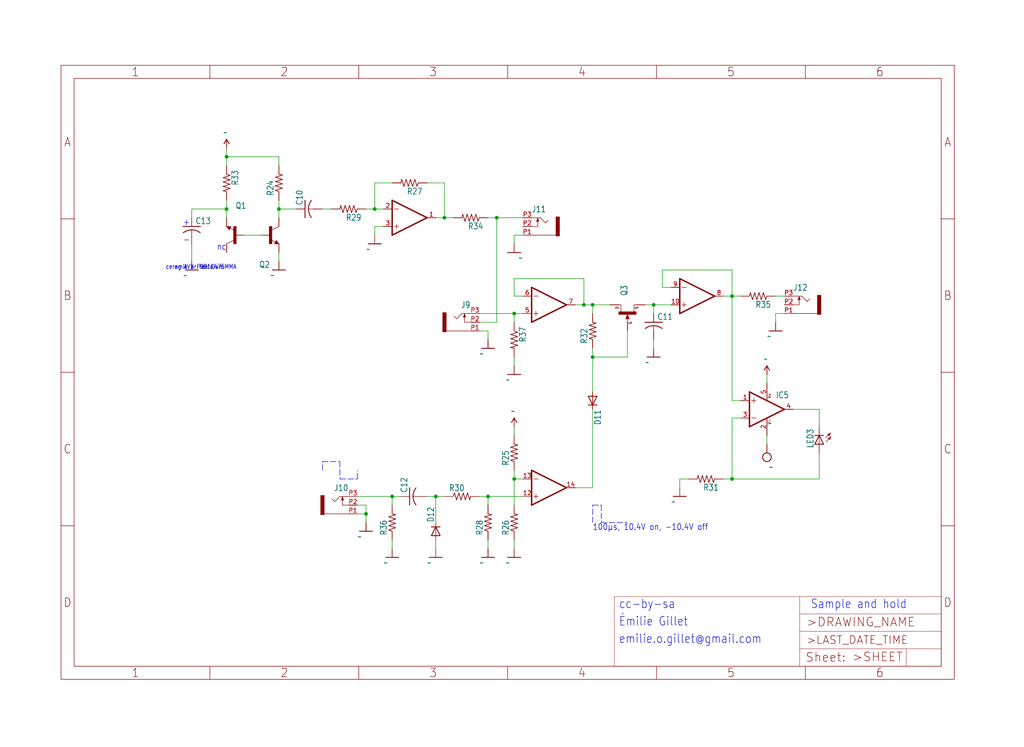
<source format=kicad_sch>
(kicad_sch (version 20211123) (generator eeschema)
  (paper "User" 298.45 217.881)
  (lib_symbols
    (symbol "kinks_v41-eagle-import:-NPN-SOT23-BEC"
      (property "Reference" "T" (at -10.16 7.62 0))
      (property "Value" "-NPN-SOT23-BEC" (at -10.16 5.08 0))
      (symbol "-NPN-SOT23-BEC_1_0"
        (rectangle (start -0.254 -2.54) (end 0.508 2.54) (fill (type outline)))
        (polyline (pts (xy 1.27 -2.54) (xy 1.778 -1.524)) (stroke (width 0.1524)))
        (polyline (pts (xy 1.524 -2.413) (xy 2.286 -2.413)) (stroke (width 0.254)))
        (polyline (pts (xy 1.524 -2.286) (xy 1.905 -2.286)) (stroke (width 0.254)))
        (polyline (pts (xy 1.54 -2.04) (xy 0.308 -1.424)) (stroke (width 0.1524)))
        (polyline (pts (xy 1.778 -1.778) (xy 1.524 -2.286)) (stroke (width 0.254)))
        (polyline (pts (xy 1.778 -1.524) (xy 2.54 -2.54)) (stroke (width 0.1524)))
        (polyline (pts (xy 1.905 -2.286) (xy 1.778 -2.032)) (stroke (width 0.254)))
        (polyline (pts (xy 2.286 -2.413) (xy 1.778 -1.778)) (stroke (width 0.254)))
        (polyline (pts (xy 2.54 -2.54) (xy 1.27 -2.54)) (stroke (width 0.1524)))
        (polyline (pts (xy 2.54 2.54) (xy 0.508 1.524)) (stroke (width 0.1524)))
        (pin passive line (at -2.54 0 0) (length 2.54) (name "B") (number "B"))
        (pin passive line (at 2.54 5.08 270) (length 2.54) (name "C") (number "C"))
        (pin passive line (at 2.54 -5.08 90) (length 2.54) (name "E") (number "E"))
      )
    )
    (symbol "kinks_v41-eagle-import:A4L-LOC"
      (symbol "A4L-LOC_0_0"
        (polyline (pts (xy 0 44.7675) (xy 3.81 44.7675)))
        (polyline (pts (xy 0 89.535) (xy 3.81 89.535)))
        (polyline (pts (xy 0 134.3025) (xy 3.81 134.3025)))
        (polyline (pts (xy 3.81 3.81) (xy 3.81 175.26)))
        (polyline (pts (xy 43.3917 0) (xy 43.3917 3.81)))
        (polyline (pts (xy 43.3917 175.26) (xy 43.3917 179.07)))
        (polyline (pts (xy 86.7833 0) (xy 86.7833 3.81)))
        (polyline (pts (xy 86.7833 175.26) (xy 86.7833 179.07)))
        (polyline (pts (xy 130.175 0) (xy 130.175 3.81)))
        (polyline (pts (xy 130.175 175.26) (xy 130.175 179.07)))
        (polyline (pts (xy 173.5667 0) (xy 173.5667 3.81)))
        (polyline (pts (xy 173.5667 175.26) (xy 173.5667 179.07)))
        (polyline (pts (xy 216.9583 0) (xy 216.9583 3.81)))
        (polyline (pts (xy 216.9583 175.26) (xy 216.9583 179.07)))
        (polyline (pts (xy 256.54 3.81) (xy 3.81 3.81)))
        (polyline (pts (xy 256.54 3.81) (xy 256.54 175.26)))
        (polyline (pts (xy 256.54 44.7675) (xy 260.35 44.7675)))
        (polyline (pts (xy 256.54 89.535) (xy 260.35 89.535)))
        (polyline (pts (xy 256.54 134.3025) (xy 260.35 134.3025)))
        (polyline (pts (xy 256.54 175.26) (xy 3.81 175.26)))
        (polyline (pts (xy 0 0) (xy 260.35 0) (xy 260.35 179.07) (xy 0 179.07) (xy 0 0)))
        (text "1" (at 21.6958 1.905 0) (effects (font (size 2.54 2.286))))
        (text "1" (at 21.6958 177.165 0) (effects (font (size 2.54 2.286))))
        (text "2" (at 65.0875 1.905 0) (effects (font (size 2.54 2.286))))
        (text "2" (at 65.0875 177.165 0) (effects (font (size 2.54 2.286))))
        (text "3" (at 108.4792 1.905 0) (effects (font (size 2.54 2.286))))
        (text "3" (at 108.4792 177.165 0) (effects (font (size 2.54 2.286))))
        (text "4" (at 151.8708 1.905 0) (effects (font (size 2.54 2.286))))
        (text "4" (at 151.8708 177.165 0) (effects (font (size 2.54 2.286))))
        (text "5" (at 195.2625 1.905 0) (effects (font (size 2.54 2.286))))
        (text "5" (at 195.2625 177.165 0) (effects (font (size 2.54 2.286))))
        (text "6" (at 238.6542 1.905 0) (effects (font (size 2.54 2.286))))
        (text "6" (at 238.6542 177.165 0) (effects (font (size 2.54 2.286))))
        (text "A" (at 1.905 156.6863 0) (effects (font (size 2.54 2.286))))
        (text "A" (at 258.445 156.6863 0) (effects (font (size 2.54 2.286))))
        (text "B" (at 1.905 111.9188 0) (effects (font (size 2.54 2.286))))
        (text "B" (at 258.445 111.9188 0) (effects (font (size 2.54 2.286))))
        (text "C" (at 1.905 67.1513 0) (effects (font (size 2.54 2.286))))
        (text "C" (at 258.445 67.1513 0) (effects (font (size 2.54 2.286))))
        (text "D" (at 1.905 22.3838 0) (effects (font (size 2.54 2.286))))
        (text "D" (at 258.445 22.3838 0) (effects (font (size 2.54 2.286))))
      )
      (symbol "A4L-LOC_1_0"
        (polyline (pts (xy 161.29 3.81) (xy 161.29 24.13)) (stroke (width 0.1016)))
        (polyline (pts (xy 161.29 24.13) (xy 215.265 24.13)) (stroke (width 0.1016)))
        (polyline (pts (xy 215.265 8.89) (xy 215.265 3.81)) (stroke (width 0.1016)))
        (polyline (pts (xy 215.265 8.89) (xy 215.265 13.97)) (stroke (width 0.1016)))
        (polyline (pts (xy 215.265 13.97) (xy 215.265 19.05)) (stroke (width 0.1016)))
        (polyline (pts (xy 215.265 13.97) (xy 256.54 13.97)) (stroke (width 0.1016)))
        (polyline (pts (xy 215.265 19.05) (xy 215.265 24.13)) (stroke (width 0.1016)))
        (polyline (pts (xy 215.265 19.05) (xy 256.54 19.05)) (stroke (width 0.1016)))
        (polyline (pts (xy 215.265 24.13) (xy 256.54 24.13)) (stroke (width 0.1016)))
        (polyline (pts (xy 246.38 3.81) (xy 246.38 8.89)) (stroke (width 0.1016)))
        (polyline (pts (xy 246.38 8.89) (xy 215.265 8.89)) (stroke (width 0.1016)))
        (polyline (pts (xy 246.38 8.89) (xy 256.54 8.89)) (stroke (width 0.1016)))
        (polyline (pts (xy 256.54 3.81) (xy 256.54 8.89)) (stroke (width 0.1016)))
        (polyline (pts (xy 256.54 8.89) (xy 256.54 13.97)) (stroke (width 0.1016)))
        (polyline (pts (xy 256.54 13.97) (xy 256.54 19.05)) (stroke (width 0.1016)))
        (polyline (pts (xy 256.54 19.05) (xy 256.54 24.13)) (stroke (width 0.1016)))
        (text ">DRAWING_NAME" (at 217.17 15.24 0) (effects (font (size 2.54 2.54)) (justify left bottom)))
        (text ">LAST_DATE_TIME" (at 217.17 10.16 0) (effects (font (size 2.286 2.286)) (justify left bottom)))
        (text ">SHEET" (at 230.505 5.08 0) (effects (font (size 2.54 2.54)) (justify left bottom)))
        (text "Sheet:" (at 216.916 4.953 0) (effects (font (size 2.54 2.54)) (justify left bottom)))
      )
    )
    (symbol "kinks_v41-eagle-import:C-USC0402"
      (property "Reference" "C" (at 1.016 0.635 0))
      (property "Value" "C-USC0402" (at 1.016 -4.191 0))
      (symbol "C-USC0402_1_0"
        (arc (start 0 -1.0161) (mid -1.302 -1.2303) (end -2.4668 -1.8504) (stroke (width 0.254)))
        (polyline (pts (xy -2.54 0) (xy 2.54 0)) (stroke (width 0.254)))
        (polyline (pts (xy 0 -1.016) (xy 0 -2.54)) (stroke (width 0.1524)))
        (arc (start 2.4892 -1.8542) (mid 1.3158 -1.2195) (end 0 -1) (stroke (width 0.254)))
        (pin passive line (at 0 2.54 270) (length 2.54) (name "1") (number "1"))
        (pin passive line (at 0 -5.08 90) (length 2.54) (name "2") (number "2"))
      )
    )
    (symbol "kinks_v41-eagle-import:C-USC0603"
      (property "Reference" "C" (at 1.016 0.635 0))
      (property "Value" "C-USC0603" (at 1.016 -4.191 0))
      (symbol "C-USC0603_1_0"
        (arc (start 0 -1.0161) (mid -1.302 -1.2303) (end -2.4668 -1.8504) (stroke (width 0.254)))
        (polyline (pts (xy -2.54 0) (xy 2.54 0)) (stroke (width 0.254)))
        (polyline (pts (xy 0 -1.016) (xy 0 -2.54)) (stroke (width 0.1524)))
        (arc (start 2.4892 -1.8542) (mid 1.3158 -1.2195) (end 0 -1) (stroke (width 0.254)))
        (pin passive line (at 0 2.54 270) (length 2.54) (name "1") (number "1"))
        (pin passive line (at 0 -5.08 90) (length 2.54) (name "2") (number "2"))
      )
    )
    (symbol "kinks_v41-eagle-import:DIODE-SOD523"
      (property "Reference" "D" (at 2.54 0.4826 0))
      (property "Value" "DIODE-SOD523" (at 2.54 -2.3114 0))
      (symbol "DIODE-SOD523_1_0"
        (polyline (pts (xy -1.27 -1.27) (xy 1.27 0)) (stroke (width 0.254)))
        (polyline (pts (xy -1.27 1.27) (xy -1.27 -1.27)) (stroke (width 0.254)))
        (polyline (pts (xy 1.27 0) (xy -1.27 1.27)) (stroke (width 0.254)))
        (polyline (pts (xy 1.27 0) (xy 1.27 -1.27)) (stroke (width 0.254)))
        (polyline (pts (xy 1.27 1.27) (xy 1.27 0)) (stroke (width 0.254)))
        (pin passive line (at -2.54 0 0) (length 2.54) (name "A") (number "A"))
        (pin passive line (at 2.54 0 180) (length 2.54) (name "C") (number "C"))
      )
    )
    (symbol "kinks_v41-eagle-import:GND" (power)
      (property "Value" "GND" (at -2.54 -2.54 0))
      (symbol "GND_1_0"
        (polyline (pts (xy -1.905 0) (xy 1.905 0)) (stroke (width 0.254)))
        (pin power_in line (at 0 2.54 270) (length 2.54) (name "GND") (number "1"))
      )
    )
    (symbol "kinks_v41-eagle-import:LED3MM"
      (property "Reference" "LED" (at 3.556 -4.572 90))
      (property "Value" "LED3MM" (at 5.715 -4.572 90))
      (symbol "LED3MM_1_0"
        (polyline (pts (xy -2.032 -0.762) (xy -3.429 -2.159)) (stroke (width 0.1524)))
        (polyline (pts (xy -1.905 -1.905) (xy -3.302 -3.302)) (stroke (width 0.1524)))
        (polyline (pts (xy 0 -2.54) (xy -1.27 -2.54)) (stroke (width 0.254)))
        (polyline (pts (xy 0 -2.54) (xy -1.27 0)) (stroke (width 0.254)))
        (polyline (pts (xy 0 0) (xy -1.27 0)) (stroke (width 0.254)))
        (polyline (pts (xy 0 0) (xy 0 -2.54)) (stroke (width 0.1524)))
        (polyline (pts (xy 1.27 -2.54) (xy 0 -2.54)) (stroke (width 0.254)))
        (polyline (pts (xy 1.27 0) (xy 0 -2.54)) (stroke (width 0.254)))
        (polyline (pts (xy 1.27 0) (xy 0 0)) (stroke (width 0.254)))
        (polyline (pts (xy -3.429 -2.159) (xy -3.048 -1.27) (xy -2.54 -1.778)) (fill (type outline)))
        (polyline (pts (xy -3.302 -3.302) (xy -2.921 -2.413) (xy -2.413 -2.921)) (fill (type outline)))
        (pin passive line (at 0 2.54 270) (length 2.54) (name "A") (number "A"))
        (pin passive line (at 0 -5.08 90) (length 2.54) (name "C") (number "K"))
      )
    )
    (symbol "kinks_v41-eagle-import:LM321?MF"
      (property "Reference" "IC" (at 2.54 3.175 0))
      (property "Value" "LM321?MF" (at 2.54 -5.08 0))
      (symbol "LM321?MF_1_0"
        (polyline (pts (xy -5.08 -5.08) (xy 5.08 0)) (stroke (width 0.4064)))
        (polyline (pts (xy -5.08 5.08) (xy -5.08 -5.08)) (stroke (width 0.4064)))
        (polyline (pts (xy -4.445 -2.54) (xy -3.175 -2.54)) (stroke (width 0.1524)))
        (polyline (pts (xy -4.445 2.54) (xy -3.175 2.54)) (stroke (width 0.1524)))
        (polyline (pts (xy -3.81 3.175) (xy -3.81 1.905)) (stroke (width 0.1524)))
        (polyline (pts (xy 5.08 0) (xy -5.08 5.08)) (stroke (width 0.4064)))
        (text "V+" (at 1.27 3.175 900) (effects (font (size 0.8128 0.6908)) (justify left bottom)))
        (text "V-" (at 1.27 -4.445 900) (effects (font (size 0.8128 0.6908)) (justify left bottom)))
        (pin input line (at -7.62 2.54 0) (length 2.54) (name "+IN") (number "1"))
        (pin power_in line (at 0 -7.62 90) (length 5.08) (name "V-") (number "2"))
        (pin input line (at -7.62 -2.54 0) (length 2.54) (name "-IN") (number "3"))
        (pin output line (at 7.62 0 180) (length 2.54) (name "OUT") (number "4"))
        (pin power_in line (at 0 7.62 270) (length 5.08) (name "V+") (number "5"))
      )
    )
    (symbol "kinks_v41-eagle-import:MMBFJ3"
      (property "Reference" "Q" (at 5.08 0 0))
      (property "Value" "MMBFJ3" (at 5.08 -2.54 0))
      (symbol "MMBFJ3_1_0"
        (rectangle (start -0.254 -2.54) (end 0.508 2.54) (fill (type outline)))
        (polyline (pts (xy -2.54 0) (xy -0.762 0)) (stroke (width 0.1524)))
        (polyline (pts (xy -1.524 -0.508) (xy -0.254 0)) (stroke (width 0.1524)))
        (polyline (pts (xy -1.524 0.508) (xy -1.524 -0.508)) (stroke (width 0.1524)))
        (polyline (pts (xy -1.397 -0.254) (xy -0.762 0)) (stroke (width 0.3048)))
        (polyline (pts (xy -1.397 0.254) (xy -1.397 -0.254)) (stroke (width 0.3048)))
        (polyline (pts (xy -0.762 0) (xy -0.635 0)) (stroke (width 0.1524)))
        (polyline (pts (xy -0.635 0) (xy -1.397 0.254)) (stroke (width 0.3048)))
        (polyline (pts (xy -0.635 0) (xy -0.254 0)) (stroke (width 0.1524)))
        (polyline (pts (xy -0.254 0) (xy -1.524 0.508)) (stroke (width 0.1524)))
        (polyline (pts (xy 2.54 -2.54) (xy 2.54 -1.905)) (stroke (width 0.1524)))
        (polyline (pts (xy 2.54 -1.905) (xy 0.5334 -1.905)) (stroke (width 0.1524)))
        (polyline (pts (xy 2.54 1.905) (xy 0.508 1.905)) (stroke (width 0.1524)))
        (polyline (pts (xy 2.54 2.667) (xy 2.54 1.905)) (stroke (width 0.1524)))
        (text "D" (at 1.27 2.54 0) (effects (font (size 0.8128 0.6908)) (justify left bottom)))
        (text "G" (at -3.175 -1.27 0) (effects (font (size 0.8128 0.6908)) (justify left bottom)))
        (text "S" (at 1.27 -3.175 0) (effects (font (size 0.8128 0.6908)) (justify left bottom)))
        (pin passive line (at 2.54 5.08 270) (length 2.54) (name "D") (number "1"))
        (pin passive line (at 2.54 -5.08 90) (length 2.54) (name "S") (number "2"))
        (pin passive line (at -5.08 0 0) (length 2.54) (name "G") (number "3"))
      )
    )
    (symbol "kinks_v41-eagle-import:PJ301_THONKICONN6"
      (property "Reference" "J" (at -2.54 4.064 0))
      (symbol "PJ301_THONKICONN6_1_0"
        (polyline (pts (xy -2.54 -2.54) (xy 4.572 -2.54)) (stroke (width 0.1524)))
        (polyline (pts (xy -2.54 0) (xy -0.762 0)) (stroke (width 0.1524)))
        (polyline (pts (xy -2.54 2.54) (xy 0 2.54)) (stroke (width 0.1524)))
        (polyline (pts (xy -1.016 1.524) (xy -0.508 1.524)) (stroke (width 0.254)))
        (polyline (pts (xy -0.762 0) (xy -0.762 2.286)) (stroke (width 0.1524)))
        (polyline (pts (xy -0.762 2.286) (xy -1.016 1.524)) (stroke (width 0.254)))
        (polyline (pts (xy -0.508 1.524) (xy -0.762 2.286)) (stroke (width 0.254)))
        (polyline (pts (xy 0 2.54) (xy 1.524 1.016)) (stroke (width 0.1524)))
        (polyline (pts (xy 1.524 1.016) (xy 2.286 1.778)) (stroke (width 0.1524)))
        (rectangle (start 4.572 2.794) (end 5.588 -2.794) (fill (type outline)))
        (pin passive line (at -5.08 -2.54 0) (length 2.54) (name "1") (number "P1"))
        (pin passive line (at -5.08 0 0) (length 2.54) (name "2") (number "P2"))
        (pin passive line (at -5.08 2.54 0) (length 2.54) (name "3") (number "P3"))
      )
    )
    (symbol "kinks_v41-eagle-import:R-US_R0402"
      (property "Reference" "R" (at -3.81 1.4986 0))
      (property "Value" "R-US_R0402" (at -3.81 -3.302 0))
      (symbol "R-US_R0402_1_0"
        (polyline (pts (xy -2.54 0) (xy -2.159 1.016)) (stroke (width 0.2032)))
        (polyline (pts (xy -2.159 1.016) (xy -1.524 -1.016)) (stroke (width 0.2032)))
        (polyline (pts (xy -1.524 -1.016) (xy -0.889 1.016)) (stroke (width 0.2032)))
        (polyline (pts (xy -0.889 1.016) (xy -0.254 -1.016)) (stroke (width 0.2032)))
        (polyline (pts (xy -0.254 -1.016) (xy 0.381 1.016)) (stroke (width 0.2032)))
        (polyline (pts (xy 0.381 1.016) (xy 1.016 -1.016)) (stroke (width 0.2032)))
        (polyline (pts (xy 1.016 -1.016) (xy 1.651 1.016)) (stroke (width 0.2032)))
        (polyline (pts (xy 1.651 1.016) (xy 2.286 -1.016)) (stroke (width 0.2032)))
        (polyline (pts (xy 2.286 -1.016) (xy 2.54 0)) (stroke (width 0.2032)))
        (pin passive line (at -5.08 0 0) (length 2.54) (name "1") (number "1"))
        (pin passive line (at 5.08 0 180) (length 2.54) (name "2") (number "2"))
      )
    )
    (symbol "kinks_v41-eagle-import:TL074PW"
      (symbol "TL074PW_1_0"
        (polyline (pts (xy -5.08 -5.08) (xy 5.08 0)) (stroke (width 0.4064)))
        (polyline (pts (xy -5.08 5.08) (xy -5.08 -5.08)) (stroke (width 0.4064)))
        (polyline (pts (xy -4.445 -2.54) (xy -3.175 -2.54)) (stroke (width 0.1524)))
        (polyline (pts (xy -4.445 2.54) (xy -3.175 2.54)) (stroke (width 0.1524)))
        (polyline (pts (xy -3.81 3.175) (xy -3.81 1.905)) (stroke (width 0.1524)))
        (polyline (pts (xy 5.08 0) (xy -5.08 5.08)) (stroke (width 0.4064)))
        (pin output line (at 7.62 0 180) (length 2.54) (name "OUT") (number "1"))
        (pin input line (at -7.62 -2.54 0) (length 2.54) (name "-IN") (number "2"))
        (pin input line (at -7.62 2.54 0) (length 2.54) (name "+IN") (number "3"))
      )
      (symbol "TL074PW_2_0"
        (polyline (pts (xy -5.08 -5.08) (xy 5.08 0)) (stroke (width 0.4064)))
        (polyline (pts (xy -5.08 5.08) (xy -5.08 -5.08)) (stroke (width 0.4064)))
        (polyline (pts (xy -4.445 -2.54) (xy -3.175 -2.54)) (stroke (width 0.1524)))
        (polyline (pts (xy -4.445 2.54) (xy -3.175 2.54)) (stroke (width 0.1524)))
        (polyline (pts (xy -3.81 3.175) (xy -3.81 1.905)) (stroke (width 0.1524)))
        (polyline (pts (xy 5.08 0) (xy -5.08 5.08)) (stroke (width 0.4064)))
        (pin input line (at -7.62 2.54 0) (length 2.54) (name "+IN") (number "5"))
        (pin input line (at -7.62 -2.54 0) (length 2.54) (name "-IN") (number "6"))
        (pin output line (at 7.62 0 180) (length 2.54) (name "OUT") (number "7"))
      )
      (symbol "TL074PW_3_0"
        (polyline (pts (xy -5.08 -5.08) (xy 5.08 0)) (stroke (width 0.4064)))
        (polyline (pts (xy -5.08 5.08) (xy -5.08 -5.08)) (stroke (width 0.4064)))
        (polyline (pts (xy -4.445 -2.54) (xy -3.175 -2.54)) (stroke (width 0.1524)))
        (polyline (pts (xy -4.445 2.54) (xy -3.175 2.54)) (stroke (width 0.1524)))
        (polyline (pts (xy -3.81 3.175) (xy -3.81 1.905)) (stroke (width 0.1524)))
        (polyline (pts (xy 5.08 0) (xy -5.08 5.08)) (stroke (width 0.4064)))
        (pin input line (at -7.62 2.54 0) (length 2.54) (name "+IN") (number "10"))
        (pin output line (at 7.62 0 180) (length 2.54) (name "OUT") (number "8"))
        (pin input line (at -7.62 -2.54 0) (length 2.54) (name "-IN") (number "9"))
      )
      (symbol "TL074PW_4_0"
        (polyline (pts (xy -5.08 -5.08) (xy 5.08 0)) (stroke (width 0.4064)))
        (polyline (pts (xy -5.08 5.08) (xy -5.08 -5.08)) (stroke (width 0.4064)))
        (polyline (pts (xy -4.445 -2.54) (xy -3.175 -2.54)) (stroke (width 0.1524)))
        (polyline (pts (xy -4.445 2.54) (xy -3.175 2.54)) (stroke (width 0.1524)))
        (polyline (pts (xy -3.81 3.175) (xy -3.81 1.905)) (stroke (width 0.1524)))
        (polyline (pts (xy 5.08 0) (xy -5.08 5.08)) (stroke (width 0.4064)))
        (pin input line (at -7.62 2.54 0) (length 2.54) (name "+IN") (number "12"))
        (pin input line (at -7.62 -2.54 0) (length 2.54) (name "-IN") (number "13"))
        (pin output line (at 7.62 0 180) (length 2.54) (name "OUT") (number "14"))
      )
      (symbol "TL074PW_5_0"
        (text "V+" (at 1.27 3.175 900) (effects (font (size 0.8128 0.6908)) (justify left bottom)))
        (text "V-" (at 1.27 -4.445 900) (effects (font (size 0.8128 0.6908)) (justify left bottom)))
        (pin power_in line (at 0 -7.62 90) (length 5.08) (name "V-") (number "11"))
        (pin power_in line (at 0 7.62 270) (length 5.08) (name "V+") (number "4"))
      )
    )
    (symbol "kinks_v41-eagle-import:VCC" (power)
      (property "Value" "VCC" (at -1.016 3.556 0))
      (symbol "VCC_1_0"
        (polyline (pts (xy 0 2.54) (xy -0.762 1.27)) (stroke (width 0.254)))
        (polyline (pts (xy 0.762 1.27) (xy 0 2.54)) (stroke (width 0.254)))
        (pin power_in line (at 0 0 90) (length 2.54) (name "VCC") (number "1"))
      )
    )
    (symbol "kinks_v41-eagle-import:VEE" (power)
      (property "Value" "VEE" (at -1.905 3.175 0))
      (symbol "VEE_1_0"
        (circle (center 0 1.27) (radius 1.27) (stroke (width 0.254)))
        (pin power_in line (at 0 -2.54 90) (length 2.54) (name "VEE") (number "1"))
      )
    )
  )
  (junction (at 170.18 88.9))
  (junction (at 172.72 104.14))
  (junction (at 149.86 91.44))
  (junction (at 149.86 139.7))
  (junction (at 66.04 60.96))
  (junction (at 190.5 88.9))
  (junction (at 114.3 144.78))
  (junction (at 106.68 149.86))
  (junction (at 129.54 63.5))
  (junction (at 144.78 63.5))
  (junction (at 127 144.78))
  (junction (at 142.24 144.78))
  (junction (at 172.72 88.9))
  (junction (at 66.04 45.72))
  (junction (at 213.36 139.7))
  (junction (at 81.28 60.96))
  (junction (at 213.36 86.36))
  (junction (at 109.22 60.96))
  (wire (pts (xy 55.88 60.96) (xy 66.04 60.96)))
  (wire (pts (xy 109.22 66.04) (xy 109.22 68.58)))
  (wire (pts (xy 170.18 88.9) (xy 172.72 88.9)))
  (wire (pts (xy 144.78 63.5) (xy 152.4 63.5)))
  (wire (pts (xy 106.68 149.86) (xy 106.68 152.4)))
  (wire (pts (xy 228.6 91.44) (xy 226.06 91.44)))
  (wire (pts (xy 55.88 71.12) (xy 55.88 76.2)))
  (wire (pts (xy 66.04 60.96) (xy 66.04 58.42)))
  (wire (pts (xy 114.3 144.78) (xy 104.14 144.78)))
  (wire (pts (xy 66.04 45.72) (xy 81.28 45.72)))
  (wire (pts (xy 195.58 83.82) (xy 193.04 83.82)))
  (wire (pts (xy 190.5 88.9) (xy 190.5 91.44)))
  (wire (pts (xy 190.5 88.9) (xy 195.58 88.9)))
  (wire (pts (xy 114.3 147.32) (xy 114.3 144.78)))
  (polyline (pts (xy 93.98 137.16) (xy 93.98 134.62)))
  (wire (pts (xy 142.24 144.78) (xy 142.24 147.32)))
  (polyline (pts (xy 99.06 134.62) (xy 99.06 139.7)))
  (wire (pts (xy 170.18 88.9) (xy 167.64 88.9)))
  (wire (pts (xy 213.36 139.7) (xy 213.36 121.92)))
  (wire (pts (xy 149.86 91.44) (xy 152.4 91.44)))
  (wire (pts (xy 149.86 127) (xy 149.86 124.46)))
  (wire (pts (xy 109.22 60.96) (xy 111.76 60.96)))
  (wire (pts (xy 124.46 144.78) (xy 127 144.78)))
  (wire (pts (xy 149.86 157.48) (xy 149.86 160.02)))
  (wire (pts (xy 223.52 111.76) (xy 223.52 109.22)))
  (wire (pts (xy 139.7 96.52) (xy 142.24 96.52)))
  (wire (pts (xy 109.22 60.96) (xy 106.68 60.96)))
  (wire (pts (xy 111.76 66.04) (xy 109.22 66.04)))
  (wire (pts (xy 149.86 104.14) (xy 149.86 106.68)))
  (wire (pts (xy 213.36 78.74) (xy 213.36 86.36)))
  (wire (pts (xy 149.86 68.58) (xy 149.86 71.12)))
  (wire (pts (xy 106.68 147.32) (xy 106.68 149.86)))
  (wire (pts (xy 114.3 157.48) (xy 114.3 160.02)))
  (wire (pts (xy 142.24 144.78) (xy 152.4 144.78)))
  (wire (pts (xy 198.12 139.7) (xy 198.12 142.24)))
  (wire (pts (xy 172.72 91.44) (xy 172.72 88.9)))
  (wire (pts (xy 182.88 104.14) (xy 182.88 96.52)))
  (wire (pts (xy 190.5 99.06) (xy 190.5 101.6)))
  (wire (pts (xy 144.78 93.98) (xy 144.78 63.5)))
  (wire (pts (xy 81.28 60.96) (xy 81.28 58.42)))
  (wire (pts (xy 170.18 81.28) (xy 170.18 88.9)))
  (wire (pts (xy 213.36 86.36) (xy 210.82 86.36)))
  (wire (pts (xy 149.86 86.36) (xy 149.86 81.28)))
  (polyline (pts (xy 172.72 152.4) (xy 172.72 147.32)))
  (wire (pts (xy 149.86 139.7) (xy 149.86 137.16)))
  (wire (pts (xy 139.7 91.44) (xy 149.86 91.44)))
  (wire (pts (xy 96.52 60.96) (xy 93.98 60.96)))
  (wire (pts (xy 172.72 142.24) (xy 172.72 119.38)))
  (wire (pts (xy 142.24 63.5) (xy 144.78 63.5)))
  (wire (pts (xy 231.14 119.38) (xy 238.76 119.38)))
  (wire (pts (xy 66.04 48.26) (xy 66.04 45.72)))
  (wire (pts (xy 187.96 88.9) (xy 190.5 88.9)))
  (wire (pts (xy 167.64 142.24) (xy 172.72 142.24)))
  (wire (pts (xy 172.72 101.6) (xy 172.72 104.14)))
  (wire (pts (xy 129.54 63.5) (xy 132.08 63.5)))
  (wire (pts (xy 149.86 81.28) (xy 170.18 81.28)))
  (wire (pts (xy 152.4 68.58) (xy 149.86 68.58)))
  (polyline (pts (xy 99.06 139.7) (xy 104.14 139.7)))
  (wire (pts (xy 238.76 139.7) (xy 213.36 139.7)))
  (wire (pts (xy 238.76 119.38) (xy 238.76 124.46)))
  (wire (pts (xy 81.28 63.5) (xy 81.28 60.96)))
  (wire (pts (xy 127 144.78) (xy 127 152.4)))
  (wire (pts (xy 172.72 114.3) (xy 172.72 104.14)))
  (wire (pts (xy 81.28 73.66) (xy 81.28 76.2)))
  (polyline (pts (xy 172.72 147.32) (xy 175.26 147.32)))
  (wire (pts (xy 200.66 139.7) (xy 198.12 139.7)))
  (wire (pts (xy 193.04 78.74) (xy 213.36 78.74)))
  (wire (pts (xy 127 160.02) (xy 127 157.48)))
  (wire (pts (xy 127 144.78) (xy 129.54 144.78)))
  (wire (pts (xy 210.82 139.7) (xy 213.36 139.7)))
  (wire (pts (xy 193.04 83.82) (xy 193.04 78.74)))
  (wire (pts (xy 71.12 68.58) (xy 76.2 68.58)))
  (polyline (pts (xy 175.26 152.4) (xy 182.88 152.4)))
  (wire (pts (xy 172.72 104.14) (xy 182.88 104.14)))
  (wire (pts (xy 213.36 121.92) (xy 215.9 121.92)))
  (wire (pts (xy 213.36 116.84) (xy 213.36 86.36)))
  (wire (pts (xy 238.76 132.08) (xy 238.76 139.7)))
  (wire (pts (xy 55.88 63.5) (xy 55.88 60.96)))
  (wire (pts (xy 114.3 53.34) (xy 109.22 53.34)))
  (wire (pts (xy 124.46 53.34) (xy 129.54 53.34)))
  (polyline (pts (xy 93.98 134.62) (xy 99.06 134.62)))
  (wire (pts (xy 109.22 53.34) (xy 109.22 60.96)))
  (wire (pts (xy 213.36 86.36) (xy 215.9 86.36)))
  (wire (pts (xy 223.52 127) (xy 223.52 129.54)))
  (wire (pts (xy 66.04 63.5) (xy 66.04 60.96)))
  (wire (pts (xy 86.36 60.96) (xy 81.28 60.96)))
  (wire (pts (xy 104.14 147.32) (xy 106.68 147.32)))
  (wire (pts (xy 129.54 53.34) (xy 129.54 63.5)))
  (wire (pts (xy 142.24 96.52) (xy 142.24 99.06)))
  (polyline (pts (xy 104.14 139.7) (xy 104.14 137.16)))
  (wire (pts (xy 152.4 86.36) (xy 149.86 86.36)))
  (wire (pts (xy 226.06 86.36) (xy 228.6 86.36)))
  (wire (pts (xy 66.04 45.72) (xy 66.04 43.18)))
  (polyline (pts (xy 175.26 147.32) (xy 175.26 152.4)))
  (wire (pts (xy 127 63.5) (xy 129.54 63.5)))
  (wire (pts (xy 215.9 116.84) (xy 213.36 116.84)))
  (wire (pts (xy 226.06 91.44) (xy 226.06 93.98)))
  (wire (pts (xy 144.78 93.98) (xy 139.7 93.98)))
  (wire (pts (xy 152.4 139.7) (xy 149.86 139.7)))
  (wire (pts (xy 149.86 139.7) (xy 149.86 147.32)))
  (wire (pts (xy 149.86 93.98) (xy 149.86 91.44)))
  (wire (pts (xy 81.28 45.72) (xy 81.28 48.26)))
  (wire (pts (xy 139.7 144.78) (xy 142.24 144.78)))
  (wire (pts (xy 142.24 157.48) (xy 142.24 160.02)))
  (wire (pts (xy 116.84 144.78) (xy 114.3 144.78)))
  (wire (pts (xy 104.14 149.86) (xy 106.68 149.86)))
  (wire (pts (xy 172.72 88.9) (xy 177.8 88.9)))
  (text "Sample and hold" (at 236.22 177.8 180) (effects (font (size 2.54 2.159)) (justify left bottom)))
  (text "100µs, 10.4V on, -10.4V off" (at 172.72 154.94 180) (effects (font (size 1.778 1.5113)) (justify left bottom)))
  (text "nc" (at 66.04 71.12 180) (effects (font (size 1.778 1.5113)) (justify right top)))
  (text "-" (at 53.34 71.12 180) (effects (font (size 1.778 1.5113)) (justify left bottom)))
  (text "Émilie Gillet" (at 180.34 182.88 180) (effects (font (size 2.54 2.159)) (justify left bottom)))
  (text "ceramic or tantalum" (at 48.26 78.74 180) (effects (font (size 1.27 1.0795)) (justify left bottom)))
  (text "emilie.o.gillet@gmail.com" (at 180.34 187.96 180) (effects (font (size 2.54 2.159)) (justify left bottom)))
  (text "cc-by-sa" (at 180.34 177.8 180) (effects (font (size 2.54 2.159)) (justify left bottom)))
  (text "eg AVX F981C475MMA" (at 50.8 78.74 180) (effects (font (size 1.27 1.0795)) (justify left bottom)))
  (text "+" (at 53.34 66.04 180) (effects (font (size 1.778 1.5113)) (justify left bottom)))
  (symbol (lib_id "kinks_v41-eagle-import:TL074PW") (at 160.02 142.24 0) (mirror x) (unit 4)
    (property "Reference" "IC4" (effects hide))
  )
  (symbol (lib_id "kinks_v41-eagle-import:R-US_R0402") (at 149.86 152.4 90) (unit 1)
    (property "Reference" "R26" (at 148.3614 156.21 0) (effects (font (size 1.778 1.5113)) (justify left bottom)))
  )
  (symbol (lib_id "kinks_v41-eagle-import:LM321?MF") (at 223.52 119.38 0) (unit 1)
    (property "Reference" "IC5" (at 226.06 116.205 0) (effects (font (size 1.778 1.5113)) (justify left bottom)))
  )
  (symbol (lib_id "kinks_v41-eagle-import:GND") (at 114.3 162.56 0) (unit 1)
    (property "Reference" "#GND31" (effects hide))
  )
  (symbol (lib_id "kinks_v41-eagle-import:PJ301_THONKICONN6") (at 134.62 93.98 0) (mirror y) (unit 1)
    (property "Reference" "J9" (at 137.16 89.916 0) (effects (font (size 1.778 1.5113)) (justify left bottom)))
  )
  (symbol (lib_id "kinks_v41-eagle-import:C-USC0603") (at 55.88 66.04 0) (unit 1)
    (property "Reference" "C13" (at 56.896 65.405 0) (effects (font (size 1.778 1.5113)) (justify left bottom)))
  )
  (symbol (lib_id "kinks_v41-eagle-import:GND") (at 190.5 104.14 0) (unit 1)
    (property "Reference" "#GND30" (effects hide))
  )
  (symbol (lib_id "kinks_v41-eagle-import:GND") (at 55.88 78.74 0) (unit 1)
    (property "Reference" "#GND35" (effects hide))
  )
  (symbol (lib_id "kinks_v41-eagle-import:R-US_R0402") (at 205.74 139.7 180) (unit 1)
    (property "Reference" "R31" (at 209.55 141.1986 0) (effects (font (size 1.778 1.5113)) (justify left bottom)))
  )
  (symbol (lib_id "kinks_v41-eagle-import:GND") (at 149.86 73.66 0) (mirror y) (unit 1)
    (property "Reference" "#GND15" (effects hide))
  )
  (symbol (lib_id "kinks_v41-eagle-import:VCC") (at 223.52 109.22 0) (unit 1)
    (property "Reference" "#P+6" (effects hide))
  )
  (symbol (lib_id "kinks_v41-eagle-import:GND") (at 81.28 78.74 0) (unit 1)
    (property "Reference" "#GND3" (effects hide))
  )
  (symbol (lib_id "kinks_v41-eagle-import:R-US_R0402") (at 119.38 53.34 180) (unit 1)
    (property "Reference" "R27" (at 123.19 54.8386 0) (effects (font (size 1.778 1.5113)) (justify left bottom)))
  )
  (symbol (lib_id "kinks_v41-eagle-import:GND") (at 127 162.56 0) (unit 1)
    (property "Reference" "#GND32" (effects hide))
  )
  (symbol (lib_id "kinks_v41-eagle-import:R-US_R0402") (at 137.16 63.5 180) (unit 1)
    (property "Reference" "R34" (at 140.97 64.9986 0) (effects (font (size 1.778 1.5113)) (justify left bottom)))
  )
  (symbol (lib_id "kinks_v41-eagle-import:R-US_R0402") (at 220.98 86.36 180) (unit 1)
    (property "Reference" "R35" (at 224.79 87.8586 0) (effects (font (size 1.778 1.5113)) (justify left bottom)))
  )
  (symbol (lib_id "kinks_v41-eagle-import:R-US_R0402") (at 81.28 53.34 90) (unit 1)
    (property "Reference" "R24" (at 79.7814 57.15 0) (effects (font (size 1.778 1.5113)) (justify left bottom)))
  )
  (symbol (lib_id "kinks_v41-eagle-import:-NPN-SOT23-BEC") (at 78.74 68.58 0) (unit 1)
    (property "Reference" "Q1" (at 68.58 60.96 0) (effects (font (size 1.778 1.5113)) (justify left bottom)))
  )
  (symbol (lib_id "kinks_v41-eagle-import:R-US_R0402") (at 149.86 132.08 90) (unit 1)
    (property "Reference" "R25" (at 148.3614 135.89 0) (effects (font (size 1.778 1.5113)) (justify left bottom)))
  )
  (symbol (lib_id "kinks_v41-eagle-import:GND") (at 226.06 96.52 0) (unit 1)
    (property "Reference" "#GND18" (effects hide))
  )
  (symbol (lib_id "kinks_v41-eagle-import:TL074PW") (at 160.02 88.9 0) (mirror x) (unit 2)
    (property "Reference" "IC4" (effects hide))
  )
  (symbol (lib_id "kinks_v41-eagle-import:C-USC0603") (at 190.5 93.98 0) (unit 1)
    (property "Reference" "C11" (at 191.516 93.345 0) (effects (font (size 1.778 1.5113)) (justify left bottom)))
  )
  (symbol (lib_id "kinks_v41-eagle-import:PJ301_THONKICONN6") (at 233.68 88.9 0) (unit 1)
    (property "Reference" "J12" (at 231.14 84.836 0) (effects (font (size 1.778 1.5113)) (justify left bottom)))
  )
  (symbol (lib_id "kinks_v41-eagle-import:R-US_R0402") (at 142.24 152.4 90) (unit 1)
    (property "Reference" "R28" (at 140.7414 156.21 0) (effects (font (size 1.778 1.5113)) (justify left bottom)))
  )
  (symbol (lib_id "kinks_v41-eagle-import:C-USC0402") (at 88.9 60.96 90) (unit 1)
    (property "Reference" "C10" (at 88.265 59.944 0) (effects (font (size 1.778 1.5113)) (justify left bottom)))
  )
  (symbol (lib_id "kinks_v41-eagle-import:LED3MM") (at 238.76 129.54 180) (unit 1)
    (property "Reference" "LED3" (at 235.204 124.968 90) (effects (font (size 1.778 1.5113)) (justify left bottom)))
  )
  (symbol (lib_id "kinks_v41-eagle-import:GND") (at 142.24 101.6 0) (unit 1)
    (property "Reference" "#GND19" (effects hide))
  )
  (symbol (lib_id "kinks_v41-eagle-import:R-US_R0402") (at 66.04 53.34 270) (unit 1)
    (property "Reference" "R33" (at 67.5386 49.53 0) (effects (font (size 1.778 1.5113)) (justify left bottom)))
  )
  (symbol (lib_id "kinks_v41-eagle-import:VCC") (at 66.04 43.18 0) (unit 1)
    (property "Reference" "#P+3" (effects hide))
  )
  (symbol (lib_id "kinks_v41-eagle-import:TL074PW") (at 203.2 86.36 0) (mirror x) (unit 3)
    (property "Reference" "IC4" (effects hide))
  )
  (symbol (lib_id "kinks_v41-eagle-import:R-US_R0402") (at 172.72 96.52 90) (unit 1)
    (property "Reference" "R32" (at 171.2214 100.33 0) (effects (font (size 1.778 1.5113)) (justify left bottom)))
  )
  (symbol (lib_id "kinks_v41-eagle-import:R-US_R0402") (at 149.86 99.06 270) (unit 1)
    (property "Reference" "R37" (at 151.3586 95.25 0) (effects (font (size 1.778 1.5113)) (justify left bottom)))
  )
  (symbol (lib_id "kinks_v41-eagle-import:R-US_R0402") (at 134.62 144.78 0) (unit 1)
    (property "Reference" "R30" (at 130.81 143.2814 0) (effects (font (size 1.778 1.5113)) (justify left bottom)))
  )
  (symbol (lib_id "kinks_v41-eagle-import:GND") (at 198.12 144.78 0) (unit 1)
    (property "Reference" "#GND12" (effects hide))
  )
  (symbol (lib_id "kinks_v41-eagle-import:DIODE-SOD523") (at 172.72 116.84 270) (unit 1)
    (property "Reference" "D11" (at 173.2026 119.38 0) (effects (font (size 1.778 1.5113)) (justify left bottom)))
  )
  (symbol (lib_id "kinks_v41-eagle-import:A4L-LOC") (at 17.78 198.12 0) (unit 1)
    (property "Reference" "#FRAME5" (effects hide))
  )
  (symbol (lib_id "kinks_v41-eagle-import:C-USC0402") (at 119.38 144.78 90) (unit 1)
    (property "Reference" "C12" (at 118.745 143.764 0) (effects (font (size 1.778 1.5113)) (justify left bottom)))
  )
  (symbol (lib_id "kinks_v41-eagle-import:GND") (at 142.24 162.56 0) (unit 1)
    (property "Reference" "#GND33" (effects hide))
  )
  (symbol (lib_id "kinks_v41-eagle-import:R-US_R0402") (at 101.6 60.96 180) (unit 1)
    (property "Reference" "R29" (at 105.41 62.4586 0) (effects (font (size 1.778 1.5113)) (justify left bottom)))
  )
  (symbol (lib_id "kinks_v41-eagle-import:DIODE-SOD523") (at 127 154.94 90) (unit 1)
    (property "Reference" "D12" (at 126.5174 152.4 0) (effects (font (size 1.778 1.5113)) (justify left bottom)))
  )
  (symbol (lib_id "kinks_v41-eagle-import:GND") (at 149.86 109.22 0) (unit 1)
    (property "Reference" "#GND29" (effects hide))
  )
  (symbol (lib_id "kinks_v41-eagle-import:VCC") (at 149.86 124.46 0) (unit 1)
    (property "Reference" "#P+8" (effects hide))
  )
  (symbol (lib_id "kinks_v41-eagle-import:VEE") (at 223.52 132.08 180) (unit 1)
    (property "Reference" "#SUPPLY6" (effects hide))
  )
  (symbol (lib_id "kinks_v41-eagle-import:GND") (at 149.86 162.56 0) (unit 1)
    (property "Reference" "#GND34" (effects hide))
  )
  (symbol (lib_id "kinks_v41-eagle-import:PJ301_THONKICONN6") (at 157.48 66.04 0) (unit 1)
    (property "Reference" "J11" (at 154.94 61.976 0) (effects (font (size 1.778 1.5113)) (justify left bottom)))
  )
  (symbol (lib_id "kinks_v41-eagle-import:-NPN-SOT23-BEC") (at 68.58 68.58 180) (unit 1)
    (property "Reference" "Q2" (at 78.74 76.2 0) (effects (font (size 1.778 1.5113)) (justify left bottom)))
  )
  (symbol (lib_id "kinks_v41-eagle-import:GND") (at 106.68 154.94 0) (unit 1)
    (property "Reference" "#GND16" (effects hide))
  )
  (symbol (lib_id "kinks_v41-eagle-import:TL074PW") (at 119.38 63.5 0) (mirror x) (unit 1)
    (property "Reference" "IC4" (effects hide))
  )
  (symbol (lib_id "kinks_v41-eagle-import:MMBFJ3") (at 182.88 91.44 90) (unit 1)
    (property "Reference" "Q3" (at 182.88 86.36 0) (effects (font (size 1.778 1.5113)) (justify left bottom)))
  )
  (symbol (lib_id "kinks_v41-eagle-import:R-US_R0402") (at 114.3 152.4 90) (unit 1)
    (property "Reference" "R36" (at 112.8014 156.21 0) (effects (font (size 1.778 1.5113)) (justify left bottom)))
  )
  (symbol (lib_id "kinks_v41-eagle-import:PJ301_THONKICONN6") (at 99.06 147.32 0) (mirror y) (unit 1)
    (property "Reference" "J10" (at 101.6 143.256 0) (effects (font (size 1.778 1.5113)) (justify left bottom)))
  )
  (symbol (lib_id "kinks_v41-eagle-import:GND") (at 109.22 71.12 0) (unit 1)
    (property "Reference" "#GND5" (effects hide))
  )
)
</source>
